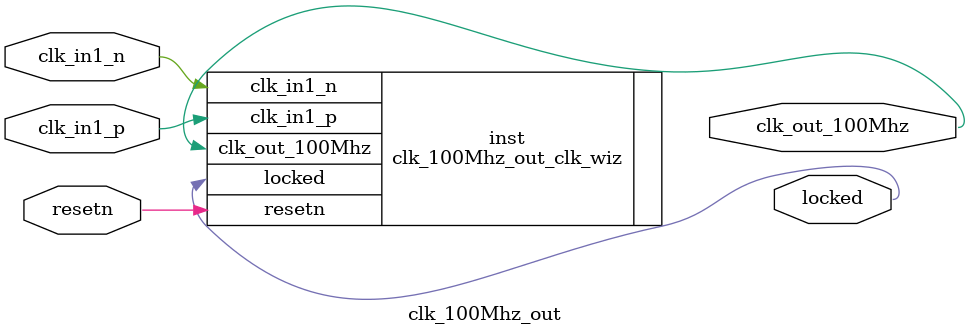
<source format=v>


`timescale 1ps/1ps

(* CORE_GENERATION_INFO = "clk_100Mhz_out,clk_wiz_v5_4_0_0,{component_name=clk_100Mhz_out,use_phase_alignment=false,use_min_o_jitter=false,use_max_i_jitter=false,use_dyn_phase_shift=false,use_inclk_switchover=false,use_dyn_reconfig=false,enable_axi=0,feedback_source=FDBK_AUTO,PRIMITIVE=MMCM,num_out_clk=1,clkin1_period=3.333,clkin2_period=10.0,use_power_down=false,use_reset=true,use_locked=true,use_inclk_stopped=false,feedback_type=SINGLE,CLOCK_MGR_TYPE=NA,manual_override=false}" *)

module clk_100Mhz_out 
 (
  // Clock out ports
  output        clk_out_100Mhz,
  // Status and control signals
  input         resetn,
  output        locked,
 // Clock in ports
  input         clk_in1_p,
  input         clk_in1_n
 );

  clk_100Mhz_out_clk_wiz inst
  (
  // Clock out ports  
  .clk_out_100Mhz(clk_out_100Mhz),
  // Status and control signals               
  .resetn(resetn), 
  .locked(locked),
 // Clock in ports
  .clk_in1_p(clk_in1_p),
  .clk_in1_n(clk_in1_n)
  );

endmodule

</source>
